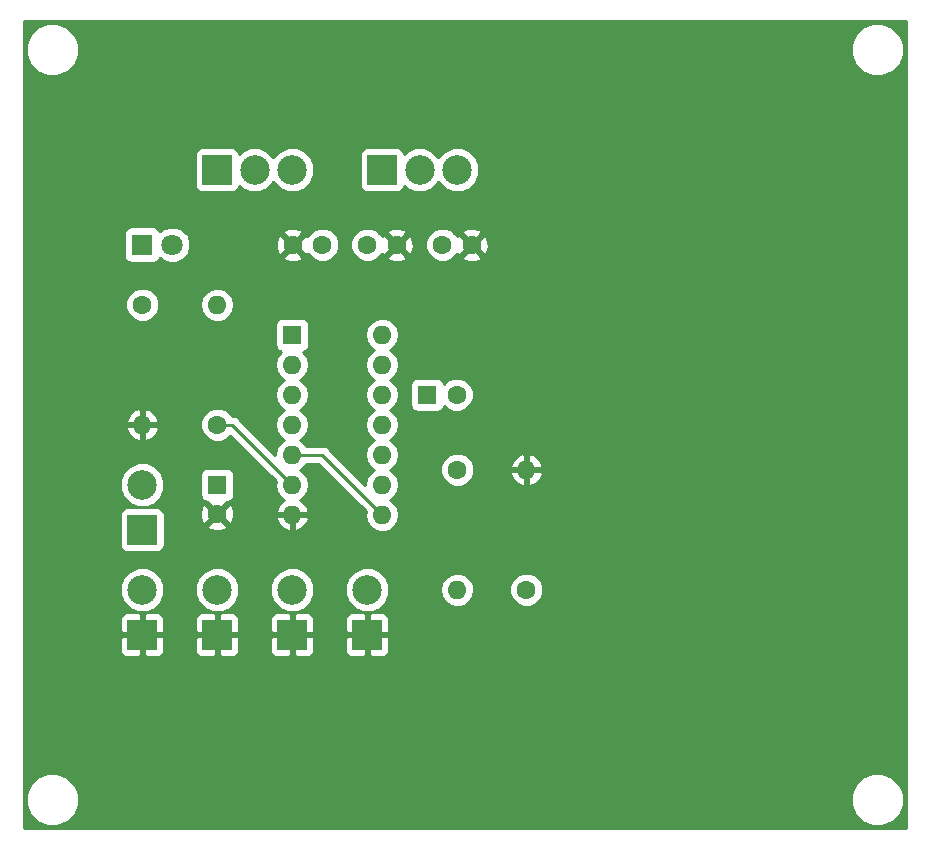
<source format=gbl>
G04 #@! TF.GenerationSoftware,KiCad,Pcbnew,(6.0.0-rc1-dev-441-gb1e5549)*
G04 #@! TF.CreationDate,2018-09-12T02:05:33+03:00*
G04 #@! TF.ProjectId,APC,4150432E6B696361645F706362000000,rev?*
G04 #@! TF.SameCoordinates,Original*
G04 #@! TF.FileFunction,Copper,L2,Bot,Signal*
G04 #@! TF.FilePolarity,Positive*
%FSLAX46Y46*%
G04 Gerber Fmt 4.6, Leading zero omitted, Abs format (unit mm)*
G04 Created by KiCad (PCBNEW (6.0.0-rc1-dev-441-gb1e5549)) date 2018 September 12, Wednesday 02:05:33*
%MOMM*%
%LPD*%
G01*
G04 APERTURE LIST*
G04 #@! TA.AperFunction,ComponentPad*
%ADD10R,1.600000X1.600000*%
G04 #@! TD*
G04 #@! TA.AperFunction,ComponentPad*
%ADD11O,1.600000X1.600000*%
G04 #@! TD*
G04 #@! TA.AperFunction,ComponentPad*
%ADD12C,1.600000*%
G04 #@! TD*
G04 #@! TA.AperFunction,ComponentPad*
%ADD13C,2.499360*%
G04 #@! TD*
G04 #@! TA.AperFunction,ComponentPad*
%ADD14R,2.499360X2.499360*%
G04 #@! TD*
G04 #@! TA.AperFunction,ComponentPad*
%ADD15R,1.800000X1.800000*%
G04 #@! TD*
G04 #@! TA.AperFunction,ComponentPad*
%ADD16C,1.800000*%
G04 #@! TD*
G04 #@! TA.AperFunction,Conductor*
%ADD17C,0.250000*%
G04 #@! TD*
G04 #@! TA.AperFunction,Conductor*
%ADD18C,0.254000*%
G04 #@! TD*
G04 APERTURE END LIST*
D10*
G04 #@! TO.P,U1,1*
G04 #@! TO.N,Net-(R2-Pad2)*
X81280000Y-81280000D03*
D11*
G04 #@! TO.P,U1,8*
G04 #@! TO.N,Net-(U1-Pad5)*
X88900000Y-96520000D03*
G04 #@! TO.P,U1,2*
G04 #@! TO.N,Net-(C3-Pad1)*
X81280000Y-83820000D03*
G04 #@! TO.P,U1,9*
G04 #@! TO.N,Net-(C5-Pad1)*
X88900000Y-93980000D03*
G04 #@! TO.P,U1,3*
G04 #@! TO.N,Net-(J2-PadT)*
X81280000Y-86360000D03*
G04 #@! TO.P,U1,10*
G04 #@! TO.N,/PWR*
X88900000Y-91440000D03*
G04 #@! TO.P,U1,4*
X81280000Y-88900000D03*
G04 #@! TO.P,U1,11*
G04 #@! TO.N,Net-(J3-PadT)*
X88900000Y-88900000D03*
G04 #@! TO.P,U1,5*
G04 #@! TO.N,Net-(U1-Pad5)*
X81280000Y-91440000D03*
G04 #@! TO.P,U1,12*
G04 #@! TO.N,Net-(C4-Pad1)*
X88900000Y-86360000D03*
G04 #@! TO.P,U1,6*
G04 #@! TO.N,Net-(C3-Pad1)*
X81280000Y-93980000D03*
G04 #@! TO.P,U1,13*
G04 #@! TO.N,Net-(C4-Pad1)*
X88900000Y-83820000D03*
G04 #@! TO.P,U1,7*
G04 #@! TO.N,GND*
X81280000Y-96520000D03*
G04 #@! TO.P,U1,14*
G04 #@! TO.N,/PWR*
X88900000Y-81280000D03*
G04 #@! TD*
D12*
G04 #@! TO.P,C2,2*
G04 #@! TO.N,GND*
X74930000Y-96480000D03*
D10*
G04 #@! TO.P,C2,1*
G04 #@! TO.N,/PWR*
X74930000Y-93980000D03*
G04 #@! TD*
D12*
G04 #@! TO.P,C5,2*
G04 #@! TO.N,Net-(C5-Pad2)*
X95210000Y-86360000D03*
D10*
G04 #@! TO.P,C5,1*
G04 #@! TO.N,Net-(C5-Pad1)*
X92710000Y-86360000D03*
G04 #@! TD*
D13*
G04 #@! TO.P,RV1,3*
G04 #@! TO.N,Net-(R2-Pad2)*
X81280000Y-67310000D03*
G04 #@! TO.P,RV1,2*
X78105000Y-67310000D03*
D14*
G04 #@! TO.P,RV1,1*
G04 #@! TO.N,/PWR*
X74930000Y-67310000D03*
G04 #@! TD*
D13*
G04 #@! TO.P,RV2,3*
G04 #@! TO.N,Net-(C4-Pad1)*
X95250000Y-67310000D03*
G04 #@! TO.P,RV2,2*
X92075000Y-67310000D03*
D14*
G04 #@! TO.P,RV2,1*
G04 #@! TO.N,/PWR*
X88900000Y-67310000D03*
G04 #@! TD*
D13*
G04 #@! TO.P,J1,2*
G04 #@! TO.N,+9V*
X68580000Y-102870000D03*
D14*
G04 #@! TO.P,J1,1*
G04 #@! TO.N,GND*
X68580000Y-106680000D03*
G04 #@! TD*
D12*
G04 #@! TO.P,C1,1*
G04 #@! TO.N,/PWR*
X93980000Y-73660000D03*
G04 #@! TO.P,C1,2*
G04 #@! TO.N,GND*
X96480000Y-73660000D03*
G04 #@! TD*
G04 #@! TO.P,C3,1*
G04 #@! TO.N,Net-(C3-Pad1)*
X83820000Y-73660000D03*
G04 #@! TO.P,C3,2*
G04 #@! TO.N,GND*
X81320000Y-73660000D03*
G04 #@! TD*
G04 #@! TO.P,C4,2*
G04 #@! TO.N,GND*
X90130000Y-73660000D03*
G04 #@! TO.P,C4,1*
G04 #@! TO.N,Net-(C4-Pad1)*
X87630000Y-73660000D03*
G04 #@! TD*
D15*
G04 #@! TO.P,D1,1*
G04 #@! TO.N,Net-(D1-Pad1)*
X68580000Y-73660000D03*
D16*
G04 #@! TO.P,D1,2*
G04 #@! TO.N,/PWR*
X71120000Y-73660000D03*
G04 #@! TD*
D14*
G04 #@! TO.P,J2,1*
G04 #@! TO.N,GND*
X74930000Y-106680000D03*
D13*
G04 #@! TO.P,J2,2*
G04 #@! TO.N,Net-(J2-PadT)*
X74930000Y-102870000D03*
G04 #@! TD*
G04 #@! TO.P,J3,2*
G04 #@! TO.N,Net-(J3-PadT)*
X81280000Y-102870000D03*
D14*
G04 #@! TO.P,J3,1*
G04 #@! TO.N,GND*
X81280000Y-106680000D03*
G04 #@! TD*
G04 #@! TO.P,J4,1*
G04 #@! TO.N,GND*
X87630000Y-106680000D03*
D13*
G04 #@! TO.P,J4,2*
G04 #@! TO.N,Net-(J4-PadT)*
X87630000Y-102870000D03*
G04 #@! TD*
D12*
G04 #@! TO.P,R1,1*
G04 #@! TO.N,Net-(D1-Pad1)*
X68580000Y-78740000D03*
D11*
G04 #@! TO.P,R1,2*
G04 #@! TO.N,GND*
X68580000Y-88900000D03*
G04 #@! TD*
G04 #@! TO.P,R2,2*
G04 #@! TO.N,Net-(R2-Pad2)*
X74930000Y-78740000D03*
D12*
G04 #@! TO.P,R2,1*
G04 #@! TO.N,Net-(C3-Pad1)*
X74930000Y-88900000D03*
G04 #@! TD*
G04 #@! TO.P,R3,1*
G04 #@! TO.N,Net-(C5-Pad2)*
X95250000Y-92710000D03*
D11*
G04 #@! TO.P,R3,2*
G04 #@! TO.N,Net-(J4-PadT)*
X95250000Y-102870000D03*
G04 #@! TD*
G04 #@! TO.P,R4,2*
G04 #@! TO.N,GND*
X101111586Y-92710000D03*
D12*
G04 #@! TO.P,R4,1*
G04 #@! TO.N,Net-(J4-PadT)*
X101111586Y-102870000D03*
G04 #@! TD*
D13*
G04 #@! TO.P,SW1,2*
G04 #@! TO.N,/PWR*
X68580000Y-93980000D03*
D14*
G04 #@! TO.P,SW1,1*
G04 #@! TO.N,+9V*
X68580000Y-97790000D03*
G04 #@! TD*
D17*
G04 #@! TO.N,Net-(C3-Pad1)*
X76200000Y-88900000D02*
X81280000Y-93980000D01*
X74930000Y-88900000D02*
X76200000Y-88900000D01*
G04 #@! TO.N,Net-(U1-Pad5)*
X83820000Y-91440000D02*
X88900000Y-96520000D01*
X81280000Y-91440000D02*
X83820000Y-91440000D01*
G04 #@! TD*
D18*
G04 #@! TO.N,GND*
G36*
X133223000Y-123063000D02*
X58547000Y-123063000D01*
X58547000Y-120205431D01*
X58725000Y-120205431D01*
X58725000Y-121094569D01*
X59065259Y-121916026D01*
X59693974Y-122544741D01*
X60515431Y-122885000D01*
X61404569Y-122885000D01*
X62226026Y-122544741D01*
X62854741Y-121916026D01*
X63195000Y-121094569D01*
X63195000Y-120205431D01*
X128575000Y-120205431D01*
X128575000Y-121094569D01*
X128915259Y-121916026D01*
X129543974Y-122544741D01*
X130365431Y-122885000D01*
X131254569Y-122885000D01*
X132076026Y-122544741D01*
X132704741Y-121916026D01*
X133045000Y-121094569D01*
X133045000Y-120205431D01*
X132704741Y-119383974D01*
X132076026Y-118755259D01*
X131254569Y-118415000D01*
X130365431Y-118415000D01*
X129543974Y-118755259D01*
X128915259Y-119383974D01*
X128575000Y-120205431D01*
X63195000Y-120205431D01*
X62854741Y-119383974D01*
X62226026Y-118755259D01*
X61404569Y-118415000D01*
X60515431Y-118415000D01*
X59693974Y-118755259D01*
X59065259Y-119383974D01*
X58725000Y-120205431D01*
X58547000Y-120205431D01*
X58547000Y-106965750D01*
X66695320Y-106965750D01*
X66695320Y-108055989D01*
X66791993Y-108289378D01*
X66970621Y-108468007D01*
X67204010Y-108564680D01*
X68294250Y-108564680D01*
X68453000Y-108405930D01*
X68453000Y-106807000D01*
X68707000Y-106807000D01*
X68707000Y-108405930D01*
X68865750Y-108564680D01*
X69955990Y-108564680D01*
X70189379Y-108468007D01*
X70368007Y-108289378D01*
X70464680Y-108055989D01*
X70464680Y-106965750D01*
X73045320Y-106965750D01*
X73045320Y-108055989D01*
X73141993Y-108289378D01*
X73320621Y-108468007D01*
X73554010Y-108564680D01*
X74644250Y-108564680D01*
X74803000Y-108405930D01*
X74803000Y-106807000D01*
X75057000Y-106807000D01*
X75057000Y-108405930D01*
X75215750Y-108564680D01*
X76305990Y-108564680D01*
X76539379Y-108468007D01*
X76718007Y-108289378D01*
X76814680Y-108055989D01*
X76814680Y-106965750D01*
X79395320Y-106965750D01*
X79395320Y-108055989D01*
X79491993Y-108289378D01*
X79670621Y-108468007D01*
X79904010Y-108564680D01*
X80994250Y-108564680D01*
X81153000Y-108405930D01*
X81153000Y-106807000D01*
X81407000Y-106807000D01*
X81407000Y-108405930D01*
X81565750Y-108564680D01*
X82655990Y-108564680D01*
X82889379Y-108468007D01*
X83068007Y-108289378D01*
X83164680Y-108055989D01*
X83164680Y-106965750D01*
X85745320Y-106965750D01*
X85745320Y-108055989D01*
X85841993Y-108289378D01*
X86020621Y-108468007D01*
X86254010Y-108564680D01*
X87344250Y-108564680D01*
X87503000Y-108405930D01*
X87503000Y-106807000D01*
X87757000Y-106807000D01*
X87757000Y-108405930D01*
X87915750Y-108564680D01*
X89005990Y-108564680D01*
X89239379Y-108468007D01*
X89418007Y-108289378D01*
X89514680Y-108055989D01*
X89514680Y-106965750D01*
X89355930Y-106807000D01*
X87757000Y-106807000D01*
X87503000Y-106807000D01*
X85904070Y-106807000D01*
X85745320Y-106965750D01*
X83164680Y-106965750D01*
X83005930Y-106807000D01*
X81407000Y-106807000D01*
X81153000Y-106807000D01*
X79554070Y-106807000D01*
X79395320Y-106965750D01*
X76814680Y-106965750D01*
X76655930Y-106807000D01*
X75057000Y-106807000D01*
X74803000Y-106807000D01*
X73204070Y-106807000D01*
X73045320Y-106965750D01*
X70464680Y-106965750D01*
X70305930Y-106807000D01*
X68707000Y-106807000D01*
X68453000Y-106807000D01*
X66854070Y-106807000D01*
X66695320Y-106965750D01*
X58547000Y-106965750D01*
X58547000Y-105304011D01*
X66695320Y-105304011D01*
X66695320Y-106394250D01*
X66854070Y-106553000D01*
X68453000Y-106553000D01*
X68453000Y-104954070D01*
X68707000Y-104954070D01*
X68707000Y-106553000D01*
X70305930Y-106553000D01*
X70464680Y-106394250D01*
X70464680Y-105304011D01*
X73045320Y-105304011D01*
X73045320Y-106394250D01*
X73204070Y-106553000D01*
X74803000Y-106553000D01*
X74803000Y-104954070D01*
X75057000Y-104954070D01*
X75057000Y-106553000D01*
X76655930Y-106553000D01*
X76814680Y-106394250D01*
X76814680Y-105304011D01*
X79395320Y-105304011D01*
X79395320Y-106394250D01*
X79554070Y-106553000D01*
X81153000Y-106553000D01*
X81153000Y-104954070D01*
X81407000Y-104954070D01*
X81407000Y-106553000D01*
X83005930Y-106553000D01*
X83164680Y-106394250D01*
X83164680Y-105304011D01*
X85745320Y-105304011D01*
X85745320Y-106394250D01*
X85904070Y-106553000D01*
X87503000Y-106553000D01*
X87503000Y-104954070D01*
X87757000Y-104954070D01*
X87757000Y-106553000D01*
X89355930Y-106553000D01*
X89514680Y-106394250D01*
X89514680Y-105304011D01*
X89418007Y-105070622D01*
X89239379Y-104891993D01*
X89005990Y-104795320D01*
X87915750Y-104795320D01*
X87757000Y-104954070D01*
X87503000Y-104954070D01*
X87344250Y-104795320D01*
X86254010Y-104795320D01*
X86020621Y-104891993D01*
X85841993Y-105070622D01*
X85745320Y-105304011D01*
X83164680Y-105304011D01*
X83068007Y-105070622D01*
X82889379Y-104891993D01*
X82655990Y-104795320D01*
X81565750Y-104795320D01*
X81407000Y-104954070D01*
X81153000Y-104954070D01*
X80994250Y-104795320D01*
X79904010Y-104795320D01*
X79670621Y-104891993D01*
X79491993Y-105070622D01*
X79395320Y-105304011D01*
X76814680Y-105304011D01*
X76718007Y-105070622D01*
X76539379Y-104891993D01*
X76305990Y-104795320D01*
X75215750Y-104795320D01*
X75057000Y-104954070D01*
X74803000Y-104954070D01*
X74644250Y-104795320D01*
X73554010Y-104795320D01*
X73320621Y-104891993D01*
X73141993Y-105070622D01*
X73045320Y-105304011D01*
X70464680Y-105304011D01*
X70368007Y-105070622D01*
X70189379Y-104891993D01*
X69955990Y-104795320D01*
X68865750Y-104795320D01*
X68707000Y-104954070D01*
X68453000Y-104954070D01*
X68294250Y-104795320D01*
X67204010Y-104795320D01*
X66970621Y-104891993D01*
X66791993Y-105070622D01*
X66695320Y-105304011D01*
X58547000Y-105304011D01*
X58547000Y-102495114D01*
X66695320Y-102495114D01*
X66695320Y-103244886D01*
X66982245Y-103937585D01*
X67512415Y-104467755D01*
X68205114Y-104754680D01*
X68954886Y-104754680D01*
X69647585Y-104467755D01*
X70177755Y-103937585D01*
X70464680Y-103244886D01*
X70464680Y-102495114D01*
X73045320Y-102495114D01*
X73045320Y-103244886D01*
X73332245Y-103937585D01*
X73862415Y-104467755D01*
X74555114Y-104754680D01*
X75304886Y-104754680D01*
X75997585Y-104467755D01*
X76527755Y-103937585D01*
X76814680Y-103244886D01*
X76814680Y-102495114D01*
X79395320Y-102495114D01*
X79395320Y-103244886D01*
X79682245Y-103937585D01*
X80212415Y-104467755D01*
X80905114Y-104754680D01*
X81654886Y-104754680D01*
X82347585Y-104467755D01*
X82877755Y-103937585D01*
X83164680Y-103244886D01*
X83164680Y-102495114D01*
X85745320Y-102495114D01*
X85745320Y-103244886D01*
X86032245Y-103937585D01*
X86562415Y-104467755D01*
X87255114Y-104754680D01*
X88004886Y-104754680D01*
X88697585Y-104467755D01*
X89227755Y-103937585D01*
X89514680Y-103244886D01*
X89514680Y-102870000D01*
X93786887Y-102870000D01*
X93898260Y-103429909D01*
X94215423Y-103904577D01*
X94690091Y-104221740D01*
X95108667Y-104305000D01*
X95391333Y-104305000D01*
X95809909Y-104221740D01*
X96284577Y-103904577D01*
X96601740Y-103429909D01*
X96713113Y-102870000D01*
X96656336Y-102584561D01*
X99676586Y-102584561D01*
X99676586Y-103155439D01*
X99895052Y-103682862D01*
X100298724Y-104086534D01*
X100826147Y-104305000D01*
X101397025Y-104305000D01*
X101924448Y-104086534D01*
X102328120Y-103682862D01*
X102546586Y-103155439D01*
X102546586Y-102584561D01*
X102328120Y-102057138D01*
X101924448Y-101653466D01*
X101397025Y-101435000D01*
X100826147Y-101435000D01*
X100298724Y-101653466D01*
X99895052Y-102057138D01*
X99676586Y-102584561D01*
X96656336Y-102584561D01*
X96601740Y-102310091D01*
X96284577Y-101835423D01*
X95809909Y-101518260D01*
X95391333Y-101435000D01*
X95108667Y-101435000D01*
X94690091Y-101518260D01*
X94215423Y-101835423D01*
X93898260Y-102310091D01*
X93786887Y-102870000D01*
X89514680Y-102870000D01*
X89514680Y-102495114D01*
X89227755Y-101802415D01*
X88697585Y-101272245D01*
X88004886Y-100985320D01*
X87255114Y-100985320D01*
X86562415Y-101272245D01*
X86032245Y-101802415D01*
X85745320Y-102495114D01*
X83164680Y-102495114D01*
X82877755Y-101802415D01*
X82347585Y-101272245D01*
X81654886Y-100985320D01*
X80905114Y-100985320D01*
X80212415Y-101272245D01*
X79682245Y-101802415D01*
X79395320Y-102495114D01*
X76814680Y-102495114D01*
X76527755Y-101802415D01*
X75997585Y-101272245D01*
X75304886Y-100985320D01*
X74555114Y-100985320D01*
X73862415Y-101272245D01*
X73332245Y-101802415D01*
X73045320Y-102495114D01*
X70464680Y-102495114D01*
X70177755Y-101802415D01*
X69647585Y-101272245D01*
X68954886Y-100985320D01*
X68205114Y-100985320D01*
X67512415Y-101272245D01*
X66982245Y-101802415D01*
X66695320Y-102495114D01*
X58547000Y-102495114D01*
X58547000Y-96540320D01*
X66682880Y-96540320D01*
X66682880Y-99039680D01*
X66732163Y-99287445D01*
X66872511Y-99497489D01*
X67082555Y-99637837D01*
X67330320Y-99687120D01*
X69829680Y-99687120D01*
X70077445Y-99637837D01*
X70287489Y-99497489D01*
X70427837Y-99287445D01*
X70477120Y-99039680D01*
X70477120Y-97487745D01*
X74101861Y-97487745D01*
X74175995Y-97733864D01*
X74713223Y-97926965D01*
X75283454Y-97899778D01*
X75684005Y-97733864D01*
X75758139Y-97487745D01*
X74930000Y-96659605D01*
X74101861Y-97487745D01*
X70477120Y-97487745D01*
X70477120Y-96540320D01*
X70427837Y-96292555D01*
X70408238Y-96263223D01*
X73483035Y-96263223D01*
X73510222Y-96833454D01*
X73676136Y-97234005D01*
X73922255Y-97308139D01*
X74750395Y-96480000D01*
X75109605Y-96480000D01*
X75937745Y-97308139D01*
X76183864Y-97234005D01*
X76315047Y-96869039D01*
X79888096Y-96869039D01*
X80048959Y-97257423D01*
X80424866Y-97672389D01*
X80930959Y-97911914D01*
X81153000Y-97790629D01*
X81153000Y-96647000D01*
X81407000Y-96647000D01*
X81407000Y-97790629D01*
X81629041Y-97911914D01*
X82135134Y-97672389D01*
X82511041Y-97257423D01*
X82671904Y-96869039D01*
X82549915Y-96647000D01*
X81407000Y-96647000D01*
X81153000Y-96647000D01*
X80010085Y-96647000D01*
X79888096Y-96869039D01*
X76315047Y-96869039D01*
X76376965Y-96696777D01*
X76349778Y-96126546D01*
X76183864Y-95725995D01*
X75937745Y-95651861D01*
X75109605Y-96480000D01*
X74750395Y-96480000D01*
X73922255Y-95651861D01*
X73676136Y-95725995D01*
X73483035Y-96263223D01*
X70408238Y-96263223D01*
X70287489Y-96082511D01*
X70077445Y-95942163D01*
X69829680Y-95892880D01*
X67330320Y-95892880D01*
X67082555Y-95942163D01*
X66872511Y-96082511D01*
X66732163Y-96292555D01*
X66682880Y-96540320D01*
X58547000Y-96540320D01*
X58547000Y-93605114D01*
X66695320Y-93605114D01*
X66695320Y-94354886D01*
X66982245Y-95047585D01*
X67512415Y-95577755D01*
X68205114Y-95864680D01*
X68954886Y-95864680D01*
X69647585Y-95577755D01*
X70177755Y-95047585D01*
X70464680Y-94354886D01*
X70464680Y-93605114D01*
X70288593Y-93180000D01*
X73482560Y-93180000D01*
X73482560Y-94780000D01*
X73531843Y-95027765D01*
X73672191Y-95237809D01*
X73882235Y-95378157D01*
X74116187Y-95424693D01*
X74101861Y-95472255D01*
X74930000Y-96300395D01*
X75758139Y-95472255D01*
X75743813Y-95424693D01*
X75977765Y-95378157D01*
X76187809Y-95237809D01*
X76328157Y-95027765D01*
X76377440Y-94780000D01*
X76377440Y-93180000D01*
X76328157Y-92932235D01*
X76187809Y-92722191D01*
X75977765Y-92581843D01*
X75730000Y-92532560D01*
X74130000Y-92532560D01*
X73882235Y-92581843D01*
X73672191Y-92722191D01*
X73531843Y-92932235D01*
X73482560Y-93180000D01*
X70288593Y-93180000D01*
X70177755Y-92912415D01*
X69647585Y-92382245D01*
X68954886Y-92095320D01*
X68205114Y-92095320D01*
X67512415Y-92382245D01*
X66982245Y-92912415D01*
X66695320Y-93605114D01*
X58547000Y-93605114D01*
X58547000Y-89249041D01*
X67188086Y-89249041D01*
X67427611Y-89755134D01*
X67842577Y-90131041D01*
X68230961Y-90291904D01*
X68453000Y-90169915D01*
X68453000Y-89027000D01*
X68707000Y-89027000D01*
X68707000Y-90169915D01*
X68929039Y-90291904D01*
X69317423Y-90131041D01*
X69732389Y-89755134D01*
X69971914Y-89249041D01*
X69850629Y-89027000D01*
X68707000Y-89027000D01*
X68453000Y-89027000D01*
X67309371Y-89027000D01*
X67188086Y-89249041D01*
X58547000Y-89249041D01*
X58547000Y-88550959D01*
X67188086Y-88550959D01*
X67309371Y-88773000D01*
X68453000Y-88773000D01*
X68453000Y-87630085D01*
X68707000Y-87630085D01*
X68707000Y-88773000D01*
X69850629Y-88773000D01*
X69937172Y-88614561D01*
X73495000Y-88614561D01*
X73495000Y-89185439D01*
X73713466Y-89712862D01*
X74117138Y-90116534D01*
X74644561Y-90335000D01*
X75215439Y-90335000D01*
X75742862Y-90116534D01*
X76042297Y-89817099D01*
X79881312Y-93656114D01*
X79816887Y-93980000D01*
X79928260Y-94539909D01*
X80245423Y-95014577D01*
X80629108Y-95270947D01*
X80424866Y-95367611D01*
X80048959Y-95782577D01*
X79888096Y-96170961D01*
X80010085Y-96393000D01*
X81153000Y-96393000D01*
X81153000Y-96373000D01*
X81407000Y-96373000D01*
X81407000Y-96393000D01*
X82549915Y-96393000D01*
X82671904Y-96170961D01*
X82511041Y-95782577D01*
X82135134Y-95367611D01*
X81930892Y-95270947D01*
X82314577Y-95014577D01*
X82631740Y-94539909D01*
X82743113Y-93980000D01*
X82631740Y-93420091D01*
X82314577Y-92945423D01*
X81962242Y-92710000D01*
X82314577Y-92474577D01*
X82498043Y-92200000D01*
X83505199Y-92200000D01*
X87501312Y-96196114D01*
X87436887Y-96520000D01*
X87548260Y-97079909D01*
X87865423Y-97554577D01*
X88340091Y-97871740D01*
X88758667Y-97955000D01*
X89041333Y-97955000D01*
X89459909Y-97871740D01*
X89934577Y-97554577D01*
X90251740Y-97079909D01*
X90363113Y-96520000D01*
X90251740Y-95960091D01*
X89934577Y-95485423D01*
X89582242Y-95250000D01*
X89934577Y-95014577D01*
X90251740Y-94539909D01*
X90363113Y-93980000D01*
X90251740Y-93420091D01*
X89934577Y-92945423D01*
X89582242Y-92710000D01*
X89934577Y-92474577D01*
X89967996Y-92424561D01*
X93815000Y-92424561D01*
X93815000Y-92995439D01*
X94033466Y-93522862D01*
X94437138Y-93926534D01*
X94964561Y-94145000D01*
X95535439Y-94145000D01*
X96062862Y-93926534D01*
X96466534Y-93522862D01*
X96658655Y-93059041D01*
X99719672Y-93059041D01*
X99959197Y-93565134D01*
X100374163Y-93941041D01*
X100762547Y-94101904D01*
X100984586Y-93979915D01*
X100984586Y-92837000D01*
X101238586Y-92837000D01*
X101238586Y-93979915D01*
X101460625Y-94101904D01*
X101849009Y-93941041D01*
X102263975Y-93565134D01*
X102503500Y-93059041D01*
X102382215Y-92837000D01*
X101238586Y-92837000D01*
X100984586Y-92837000D01*
X99840957Y-92837000D01*
X99719672Y-93059041D01*
X96658655Y-93059041D01*
X96685000Y-92995439D01*
X96685000Y-92424561D01*
X96658656Y-92360959D01*
X99719672Y-92360959D01*
X99840957Y-92583000D01*
X100984586Y-92583000D01*
X100984586Y-91440085D01*
X101238586Y-91440085D01*
X101238586Y-92583000D01*
X102382215Y-92583000D01*
X102503500Y-92360959D01*
X102263975Y-91854866D01*
X101849009Y-91478959D01*
X101460625Y-91318096D01*
X101238586Y-91440085D01*
X100984586Y-91440085D01*
X100762547Y-91318096D01*
X100374163Y-91478959D01*
X99959197Y-91854866D01*
X99719672Y-92360959D01*
X96658656Y-92360959D01*
X96466534Y-91897138D01*
X96062862Y-91493466D01*
X95535439Y-91275000D01*
X94964561Y-91275000D01*
X94437138Y-91493466D01*
X94033466Y-91897138D01*
X93815000Y-92424561D01*
X89967996Y-92424561D01*
X90251740Y-91999909D01*
X90363113Y-91440000D01*
X90251740Y-90880091D01*
X89934577Y-90405423D01*
X89582242Y-90170000D01*
X89934577Y-89934577D01*
X90251740Y-89459909D01*
X90363113Y-88900000D01*
X90251740Y-88340091D01*
X89934577Y-87865423D01*
X89582242Y-87630000D01*
X89934577Y-87394577D01*
X90251740Y-86919909D01*
X90363113Y-86360000D01*
X90251740Y-85800091D01*
X90091317Y-85560000D01*
X91262560Y-85560000D01*
X91262560Y-87160000D01*
X91311843Y-87407765D01*
X91452191Y-87617809D01*
X91662235Y-87758157D01*
X91910000Y-87807440D01*
X93510000Y-87807440D01*
X93757765Y-87758157D01*
X93967809Y-87617809D01*
X94108157Y-87407765D01*
X94128101Y-87307497D01*
X94397138Y-87576534D01*
X94924561Y-87795000D01*
X95495439Y-87795000D01*
X96022862Y-87576534D01*
X96426534Y-87172862D01*
X96645000Y-86645439D01*
X96645000Y-86074561D01*
X96426534Y-85547138D01*
X96022862Y-85143466D01*
X95495439Y-84925000D01*
X94924561Y-84925000D01*
X94397138Y-85143466D01*
X94128101Y-85412503D01*
X94108157Y-85312235D01*
X93967809Y-85102191D01*
X93757765Y-84961843D01*
X93510000Y-84912560D01*
X91910000Y-84912560D01*
X91662235Y-84961843D01*
X91452191Y-85102191D01*
X91311843Y-85312235D01*
X91262560Y-85560000D01*
X90091317Y-85560000D01*
X89934577Y-85325423D01*
X89582242Y-85090000D01*
X89934577Y-84854577D01*
X90251740Y-84379909D01*
X90363113Y-83820000D01*
X90251740Y-83260091D01*
X89934577Y-82785423D01*
X89582242Y-82550000D01*
X89934577Y-82314577D01*
X90251740Y-81839909D01*
X90363113Y-81280000D01*
X90251740Y-80720091D01*
X89934577Y-80245423D01*
X89459909Y-79928260D01*
X89041333Y-79845000D01*
X88758667Y-79845000D01*
X88340091Y-79928260D01*
X87865423Y-80245423D01*
X87548260Y-80720091D01*
X87436887Y-81280000D01*
X87548260Y-81839909D01*
X87865423Y-82314577D01*
X88217758Y-82550000D01*
X87865423Y-82785423D01*
X87548260Y-83260091D01*
X87436887Y-83820000D01*
X87548260Y-84379909D01*
X87865423Y-84854577D01*
X88217758Y-85090000D01*
X87865423Y-85325423D01*
X87548260Y-85800091D01*
X87436887Y-86360000D01*
X87548260Y-86919909D01*
X87865423Y-87394577D01*
X88217758Y-87630000D01*
X87865423Y-87865423D01*
X87548260Y-88340091D01*
X87436887Y-88900000D01*
X87548260Y-89459909D01*
X87865423Y-89934577D01*
X88217758Y-90170000D01*
X87865423Y-90405423D01*
X87548260Y-90880091D01*
X87436887Y-91440000D01*
X87548260Y-91999909D01*
X87865423Y-92474577D01*
X88217758Y-92710000D01*
X87865423Y-92945423D01*
X87548260Y-93420091D01*
X87436887Y-93980000D01*
X87437405Y-93982603D01*
X84410331Y-90955530D01*
X84367929Y-90892071D01*
X84116537Y-90724096D01*
X83894852Y-90680000D01*
X83894847Y-90680000D01*
X83820000Y-90665112D01*
X83745153Y-90680000D01*
X82498043Y-90680000D01*
X82314577Y-90405423D01*
X81962242Y-90170000D01*
X82314577Y-89934577D01*
X82631740Y-89459909D01*
X82743113Y-88900000D01*
X82631740Y-88340091D01*
X82314577Y-87865423D01*
X81962242Y-87630000D01*
X82314577Y-87394577D01*
X82631740Y-86919909D01*
X82743113Y-86360000D01*
X82631740Y-85800091D01*
X82314577Y-85325423D01*
X81962242Y-85090000D01*
X82314577Y-84854577D01*
X82631740Y-84379909D01*
X82743113Y-83820000D01*
X82631740Y-83260091D01*
X82314577Y-82785423D01*
X82193894Y-82704785D01*
X82327765Y-82678157D01*
X82537809Y-82537809D01*
X82678157Y-82327765D01*
X82727440Y-82080000D01*
X82727440Y-80480000D01*
X82678157Y-80232235D01*
X82537809Y-80022191D01*
X82327765Y-79881843D01*
X82080000Y-79832560D01*
X80480000Y-79832560D01*
X80232235Y-79881843D01*
X80022191Y-80022191D01*
X79881843Y-80232235D01*
X79832560Y-80480000D01*
X79832560Y-82080000D01*
X79881843Y-82327765D01*
X80022191Y-82537809D01*
X80232235Y-82678157D01*
X80366106Y-82704785D01*
X80245423Y-82785423D01*
X79928260Y-83260091D01*
X79816887Y-83820000D01*
X79928260Y-84379909D01*
X80245423Y-84854577D01*
X80597758Y-85090000D01*
X80245423Y-85325423D01*
X79928260Y-85800091D01*
X79816887Y-86360000D01*
X79928260Y-86919909D01*
X80245423Y-87394577D01*
X80597758Y-87630000D01*
X80245423Y-87865423D01*
X79928260Y-88340091D01*
X79816887Y-88900000D01*
X79928260Y-89459909D01*
X80245423Y-89934577D01*
X80597758Y-90170000D01*
X80245423Y-90405423D01*
X79928260Y-90880091D01*
X79816887Y-91440000D01*
X79817405Y-91442603D01*
X76790331Y-88415530D01*
X76747929Y-88352071D01*
X76496537Y-88184096D01*
X76274852Y-88140000D01*
X76274847Y-88140000D01*
X76200000Y-88125112D01*
X76165136Y-88132047D01*
X76146534Y-88087138D01*
X75742862Y-87683466D01*
X75215439Y-87465000D01*
X74644561Y-87465000D01*
X74117138Y-87683466D01*
X73713466Y-88087138D01*
X73495000Y-88614561D01*
X69937172Y-88614561D01*
X69971914Y-88550959D01*
X69732389Y-88044866D01*
X69317423Y-87668959D01*
X68929039Y-87508096D01*
X68707000Y-87630085D01*
X68453000Y-87630085D01*
X68230961Y-87508096D01*
X67842577Y-87668959D01*
X67427611Y-88044866D01*
X67188086Y-88550959D01*
X58547000Y-88550959D01*
X58547000Y-78454561D01*
X67145000Y-78454561D01*
X67145000Y-79025439D01*
X67363466Y-79552862D01*
X67767138Y-79956534D01*
X68294561Y-80175000D01*
X68865439Y-80175000D01*
X69392862Y-79956534D01*
X69796534Y-79552862D01*
X70015000Y-79025439D01*
X70015000Y-78740000D01*
X73466887Y-78740000D01*
X73578260Y-79299909D01*
X73895423Y-79774577D01*
X74370091Y-80091740D01*
X74788667Y-80175000D01*
X75071333Y-80175000D01*
X75489909Y-80091740D01*
X75964577Y-79774577D01*
X76281740Y-79299909D01*
X76393113Y-78740000D01*
X76281740Y-78180091D01*
X75964577Y-77705423D01*
X75489909Y-77388260D01*
X75071333Y-77305000D01*
X74788667Y-77305000D01*
X74370091Y-77388260D01*
X73895423Y-77705423D01*
X73578260Y-78180091D01*
X73466887Y-78740000D01*
X70015000Y-78740000D01*
X70015000Y-78454561D01*
X69796534Y-77927138D01*
X69392862Y-77523466D01*
X68865439Y-77305000D01*
X68294561Y-77305000D01*
X67767138Y-77523466D01*
X67363466Y-77927138D01*
X67145000Y-78454561D01*
X58547000Y-78454561D01*
X58547000Y-72760000D01*
X67032560Y-72760000D01*
X67032560Y-74560000D01*
X67081843Y-74807765D01*
X67222191Y-75017809D01*
X67432235Y-75158157D01*
X67680000Y-75207440D01*
X69480000Y-75207440D01*
X69727765Y-75158157D01*
X69937809Y-75017809D01*
X70078157Y-74807765D01*
X70081275Y-74792092D01*
X70250493Y-74961310D01*
X70814670Y-75195000D01*
X71425330Y-75195000D01*
X71989507Y-74961310D01*
X72283072Y-74667745D01*
X80491861Y-74667745D01*
X80565995Y-74913864D01*
X81103223Y-75106965D01*
X81673454Y-75079778D01*
X82074005Y-74913864D01*
X82148139Y-74667745D01*
X81320000Y-73839605D01*
X80491861Y-74667745D01*
X72283072Y-74667745D01*
X72421310Y-74529507D01*
X72655000Y-73965330D01*
X72655000Y-73443223D01*
X79873035Y-73443223D01*
X79900222Y-74013454D01*
X80066136Y-74414005D01*
X80312255Y-74488139D01*
X81140395Y-73660000D01*
X81499605Y-73660000D01*
X82327745Y-74488139D01*
X82573864Y-74414005D01*
X82576290Y-74407254D01*
X82603466Y-74472862D01*
X83007138Y-74876534D01*
X83534561Y-75095000D01*
X84105439Y-75095000D01*
X84632862Y-74876534D01*
X85036534Y-74472862D01*
X85255000Y-73945439D01*
X85255000Y-73374561D01*
X86195000Y-73374561D01*
X86195000Y-73945439D01*
X86413466Y-74472862D01*
X86817138Y-74876534D01*
X87344561Y-75095000D01*
X87915439Y-75095000D01*
X88442862Y-74876534D01*
X88651651Y-74667745D01*
X89301861Y-74667745D01*
X89375995Y-74913864D01*
X89913223Y-75106965D01*
X90483454Y-75079778D01*
X90884005Y-74913864D01*
X90958139Y-74667745D01*
X90130000Y-73839605D01*
X89301861Y-74667745D01*
X88651651Y-74667745D01*
X88846534Y-74472862D01*
X88873525Y-74407701D01*
X88876136Y-74414005D01*
X89122255Y-74488139D01*
X89950395Y-73660000D01*
X90309605Y-73660000D01*
X91137745Y-74488139D01*
X91383864Y-74414005D01*
X91576965Y-73876777D01*
X91553021Y-73374561D01*
X92545000Y-73374561D01*
X92545000Y-73945439D01*
X92763466Y-74472862D01*
X93167138Y-74876534D01*
X93694561Y-75095000D01*
X94265439Y-75095000D01*
X94792862Y-74876534D01*
X95001651Y-74667745D01*
X95651861Y-74667745D01*
X95725995Y-74913864D01*
X96263223Y-75106965D01*
X96833454Y-75079778D01*
X97234005Y-74913864D01*
X97308139Y-74667745D01*
X96480000Y-73839605D01*
X95651861Y-74667745D01*
X95001651Y-74667745D01*
X95196534Y-74472862D01*
X95223525Y-74407701D01*
X95226136Y-74414005D01*
X95472255Y-74488139D01*
X96300395Y-73660000D01*
X96659605Y-73660000D01*
X97487745Y-74488139D01*
X97733864Y-74414005D01*
X97926965Y-73876777D01*
X97899778Y-73306546D01*
X97733864Y-72905995D01*
X97487745Y-72831861D01*
X96659605Y-73660000D01*
X96300395Y-73660000D01*
X95472255Y-72831861D01*
X95226136Y-72905995D01*
X95223710Y-72912746D01*
X95196534Y-72847138D01*
X95001651Y-72652255D01*
X95651861Y-72652255D01*
X96480000Y-73480395D01*
X97308139Y-72652255D01*
X97234005Y-72406136D01*
X96696777Y-72213035D01*
X96126546Y-72240222D01*
X95725995Y-72406136D01*
X95651861Y-72652255D01*
X95001651Y-72652255D01*
X94792862Y-72443466D01*
X94265439Y-72225000D01*
X93694561Y-72225000D01*
X93167138Y-72443466D01*
X92763466Y-72847138D01*
X92545000Y-73374561D01*
X91553021Y-73374561D01*
X91549778Y-73306546D01*
X91383864Y-72905995D01*
X91137745Y-72831861D01*
X90309605Y-73660000D01*
X89950395Y-73660000D01*
X89122255Y-72831861D01*
X88876136Y-72905995D01*
X88873710Y-72912746D01*
X88846534Y-72847138D01*
X88651651Y-72652255D01*
X89301861Y-72652255D01*
X90130000Y-73480395D01*
X90958139Y-72652255D01*
X90884005Y-72406136D01*
X90346777Y-72213035D01*
X89776546Y-72240222D01*
X89375995Y-72406136D01*
X89301861Y-72652255D01*
X88651651Y-72652255D01*
X88442862Y-72443466D01*
X87915439Y-72225000D01*
X87344561Y-72225000D01*
X86817138Y-72443466D01*
X86413466Y-72847138D01*
X86195000Y-73374561D01*
X85255000Y-73374561D01*
X85036534Y-72847138D01*
X84632862Y-72443466D01*
X84105439Y-72225000D01*
X83534561Y-72225000D01*
X83007138Y-72443466D01*
X82603466Y-72847138D01*
X82576475Y-72912299D01*
X82573864Y-72905995D01*
X82327745Y-72831861D01*
X81499605Y-73660000D01*
X81140395Y-73660000D01*
X80312255Y-72831861D01*
X80066136Y-72905995D01*
X79873035Y-73443223D01*
X72655000Y-73443223D01*
X72655000Y-73354670D01*
X72421310Y-72790493D01*
X72283072Y-72652255D01*
X80491861Y-72652255D01*
X81320000Y-73480395D01*
X82148139Y-72652255D01*
X82074005Y-72406136D01*
X81536777Y-72213035D01*
X80966546Y-72240222D01*
X80565995Y-72406136D01*
X80491861Y-72652255D01*
X72283072Y-72652255D01*
X71989507Y-72358690D01*
X71425330Y-72125000D01*
X70814670Y-72125000D01*
X70250493Y-72358690D01*
X70081275Y-72527908D01*
X70078157Y-72512235D01*
X69937809Y-72302191D01*
X69727765Y-72161843D01*
X69480000Y-72112560D01*
X67680000Y-72112560D01*
X67432235Y-72161843D01*
X67222191Y-72302191D01*
X67081843Y-72512235D01*
X67032560Y-72760000D01*
X58547000Y-72760000D01*
X58547000Y-66060320D01*
X73032880Y-66060320D01*
X73032880Y-68559680D01*
X73082163Y-68807445D01*
X73222511Y-69017489D01*
X73432555Y-69157837D01*
X73680320Y-69207120D01*
X76179680Y-69207120D01*
X76427445Y-69157837D01*
X76637489Y-69017489D01*
X76777837Y-68807445D01*
X76804261Y-68674601D01*
X77037415Y-68907755D01*
X77730114Y-69194680D01*
X78479886Y-69194680D01*
X79172585Y-68907755D01*
X79692500Y-68387840D01*
X80212415Y-68907755D01*
X80905114Y-69194680D01*
X81654886Y-69194680D01*
X82347585Y-68907755D01*
X82877755Y-68377585D01*
X83164680Y-67684886D01*
X83164680Y-66935114D01*
X82877755Y-66242415D01*
X82695660Y-66060320D01*
X87002880Y-66060320D01*
X87002880Y-68559680D01*
X87052163Y-68807445D01*
X87192511Y-69017489D01*
X87402555Y-69157837D01*
X87650320Y-69207120D01*
X90149680Y-69207120D01*
X90397445Y-69157837D01*
X90607489Y-69017489D01*
X90747837Y-68807445D01*
X90774261Y-68674601D01*
X91007415Y-68907755D01*
X91700114Y-69194680D01*
X92449886Y-69194680D01*
X93142585Y-68907755D01*
X93662500Y-68387840D01*
X94182415Y-68907755D01*
X94875114Y-69194680D01*
X95624886Y-69194680D01*
X96317585Y-68907755D01*
X96847755Y-68377585D01*
X97134680Y-67684886D01*
X97134680Y-66935114D01*
X96847755Y-66242415D01*
X96317585Y-65712245D01*
X95624886Y-65425320D01*
X94875114Y-65425320D01*
X94182415Y-65712245D01*
X93662500Y-66232160D01*
X93142585Y-65712245D01*
X92449886Y-65425320D01*
X91700114Y-65425320D01*
X91007415Y-65712245D01*
X90774261Y-65945399D01*
X90747837Y-65812555D01*
X90607489Y-65602511D01*
X90397445Y-65462163D01*
X90149680Y-65412880D01*
X87650320Y-65412880D01*
X87402555Y-65462163D01*
X87192511Y-65602511D01*
X87052163Y-65812555D01*
X87002880Y-66060320D01*
X82695660Y-66060320D01*
X82347585Y-65712245D01*
X81654886Y-65425320D01*
X80905114Y-65425320D01*
X80212415Y-65712245D01*
X79692500Y-66232160D01*
X79172585Y-65712245D01*
X78479886Y-65425320D01*
X77730114Y-65425320D01*
X77037415Y-65712245D01*
X76804261Y-65945399D01*
X76777837Y-65812555D01*
X76637489Y-65602511D01*
X76427445Y-65462163D01*
X76179680Y-65412880D01*
X73680320Y-65412880D01*
X73432555Y-65462163D01*
X73222511Y-65602511D01*
X73082163Y-65812555D01*
X73032880Y-66060320D01*
X58547000Y-66060320D01*
X58547000Y-56705431D01*
X58725000Y-56705431D01*
X58725000Y-57594569D01*
X59065259Y-58416026D01*
X59693974Y-59044741D01*
X60515431Y-59385000D01*
X61404569Y-59385000D01*
X62226026Y-59044741D01*
X62854741Y-58416026D01*
X63195000Y-57594569D01*
X63195000Y-56705431D01*
X128575000Y-56705431D01*
X128575000Y-57594569D01*
X128915259Y-58416026D01*
X129543974Y-59044741D01*
X130365431Y-59385000D01*
X131254569Y-59385000D01*
X132076026Y-59044741D01*
X132704741Y-58416026D01*
X133045000Y-57594569D01*
X133045000Y-56705431D01*
X132704741Y-55883974D01*
X132076026Y-55255259D01*
X131254569Y-54915000D01*
X130365431Y-54915000D01*
X129543974Y-55255259D01*
X128915259Y-55883974D01*
X128575000Y-56705431D01*
X63195000Y-56705431D01*
X62854741Y-55883974D01*
X62226026Y-55255259D01*
X61404569Y-54915000D01*
X60515431Y-54915000D01*
X59693974Y-55255259D01*
X59065259Y-55883974D01*
X58725000Y-56705431D01*
X58547000Y-56705431D01*
X58547000Y-54737000D01*
X133223000Y-54737000D01*
X133223000Y-123063000D01*
X133223000Y-123063000D01*
G37*
X133223000Y-123063000D02*
X58547000Y-123063000D01*
X58547000Y-120205431D01*
X58725000Y-120205431D01*
X58725000Y-121094569D01*
X59065259Y-121916026D01*
X59693974Y-122544741D01*
X60515431Y-122885000D01*
X61404569Y-122885000D01*
X62226026Y-122544741D01*
X62854741Y-121916026D01*
X63195000Y-121094569D01*
X63195000Y-120205431D01*
X128575000Y-120205431D01*
X128575000Y-121094569D01*
X128915259Y-121916026D01*
X129543974Y-122544741D01*
X130365431Y-122885000D01*
X131254569Y-122885000D01*
X132076026Y-122544741D01*
X132704741Y-121916026D01*
X133045000Y-121094569D01*
X133045000Y-120205431D01*
X132704741Y-119383974D01*
X132076026Y-118755259D01*
X131254569Y-118415000D01*
X130365431Y-118415000D01*
X129543974Y-118755259D01*
X128915259Y-119383974D01*
X128575000Y-120205431D01*
X63195000Y-120205431D01*
X62854741Y-119383974D01*
X62226026Y-118755259D01*
X61404569Y-118415000D01*
X60515431Y-118415000D01*
X59693974Y-118755259D01*
X59065259Y-119383974D01*
X58725000Y-120205431D01*
X58547000Y-120205431D01*
X58547000Y-106965750D01*
X66695320Y-106965750D01*
X66695320Y-108055989D01*
X66791993Y-108289378D01*
X66970621Y-108468007D01*
X67204010Y-108564680D01*
X68294250Y-108564680D01*
X68453000Y-108405930D01*
X68453000Y-106807000D01*
X68707000Y-106807000D01*
X68707000Y-108405930D01*
X68865750Y-108564680D01*
X69955990Y-108564680D01*
X70189379Y-108468007D01*
X70368007Y-108289378D01*
X70464680Y-108055989D01*
X70464680Y-106965750D01*
X73045320Y-106965750D01*
X73045320Y-108055989D01*
X73141993Y-108289378D01*
X73320621Y-108468007D01*
X73554010Y-108564680D01*
X74644250Y-108564680D01*
X74803000Y-108405930D01*
X74803000Y-106807000D01*
X75057000Y-106807000D01*
X75057000Y-108405930D01*
X75215750Y-108564680D01*
X76305990Y-108564680D01*
X76539379Y-108468007D01*
X76718007Y-108289378D01*
X76814680Y-108055989D01*
X76814680Y-106965750D01*
X79395320Y-106965750D01*
X79395320Y-108055989D01*
X79491993Y-108289378D01*
X79670621Y-108468007D01*
X79904010Y-108564680D01*
X80994250Y-108564680D01*
X81153000Y-108405930D01*
X81153000Y-106807000D01*
X81407000Y-106807000D01*
X81407000Y-108405930D01*
X81565750Y-108564680D01*
X82655990Y-108564680D01*
X82889379Y-108468007D01*
X83068007Y-108289378D01*
X83164680Y-108055989D01*
X83164680Y-106965750D01*
X85745320Y-106965750D01*
X85745320Y-108055989D01*
X85841993Y-108289378D01*
X86020621Y-108468007D01*
X86254010Y-108564680D01*
X87344250Y-108564680D01*
X87503000Y-108405930D01*
X87503000Y-106807000D01*
X87757000Y-106807000D01*
X87757000Y-108405930D01*
X87915750Y-108564680D01*
X89005990Y-108564680D01*
X89239379Y-108468007D01*
X89418007Y-108289378D01*
X89514680Y-108055989D01*
X89514680Y-106965750D01*
X89355930Y-106807000D01*
X87757000Y-106807000D01*
X87503000Y-106807000D01*
X85904070Y-106807000D01*
X85745320Y-106965750D01*
X83164680Y-106965750D01*
X83005930Y-106807000D01*
X81407000Y-106807000D01*
X81153000Y-106807000D01*
X79554070Y-106807000D01*
X79395320Y-106965750D01*
X76814680Y-106965750D01*
X76655930Y-106807000D01*
X75057000Y-106807000D01*
X74803000Y-106807000D01*
X73204070Y-106807000D01*
X73045320Y-106965750D01*
X70464680Y-106965750D01*
X70305930Y-106807000D01*
X68707000Y-106807000D01*
X68453000Y-106807000D01*
X66854070Y-106807000D01*
X66695320Y-106965750D01*
X58547000Y-106965750D01*
X58547000Y-105304011D01*
X66695320Y-105304011D01*
X66695320Y-106394250D01*
X66854070Y-106553000D01*
X68453000Y-106553000D01*
X68453000Y-104954070D01*
X68707000Y-104954070D01*
X68707000Y-106553000D01*
X70305930Y-106553000D01*
X70464680Y-106394250D01*
X70464680Y-105304011D01*
X73045320Y-105304011D01*
X73045320Y-106394250D01*
X73204070Y-106553000D01*
X74803000Y-106553000D01*
X74803000Y-104954070D01*
X75057000Y-104954070D01*
X75057000Y-106553000D01*
X76655930Y-106553000D01*
X76814680Y-106394250D01*
X76814680Y-105304011D01*
X79395320Y-105304011D01*
X79395320Y-106394250D01*
X79554070Y-106553000D01*
X81153000Y-106553000D01*
X81153000Y-104954070D01*
X81407000Y-104954070D01*
X81407000Y-106553000D01*
X83005930Y-106553000D01*
X83164680Y-106394250D01*
X83164680Y-105304011D01*
X85745320Y-105304011D01*
X85745320Y-106394250D01*
X85904070Y-106553000D01*
X87503000Y-106553000D01*
X87503000Y-104954070D01*
X87757000Y-104954070D01*
X87757000Y-106553000D01*
X89355930Y-106553000D01*
X89514680Y-106394250D01*
X89514680Y-105304011D01*
X89418007Y-105070622D01*
X89239379Y-104891993D01*
X89005990Y-104795320D01*
X87915750Y-104795320D01*
X87757000Y-104954070D01*
X87503000Y-104954070D01*
X87344250Y-104795320D01*
X86254010Y-104795320D01*
X86020621Y-104891993D01*
X85841993Y-105070622D01*
X85745320Y-105304011D01*
X83164680Y-105304011D01*
X83068007Y-105070622D01*
X82889379Y-104891993D01*
X82655990Y-104795320D01*
X81565750Y-104795320D01*
X81407000Y-104954070D01*
X81153000Y-104954070D01*
X80994250Y-104795320D01*
X79904010Y-104795320D01*
X79670621Y-104891993D01*
X79491993Y-105070622D01*
X79395320Y-105304011D01*
X76814680Y-105304011D01*
X76718007Y-105070622D01*
X76539379Y-104891993D01*
X76305990Y-104795320D01*
X75215750Y-104795320D01*
X75057000Y-104954070D01*
X74803000Y-104954070D01*
X74644250Y-104795320D01*
X73554010Y-104795320D01*
X73320621Y-104891993D01*
X73141993Y-105070622D01*
X73045320Y-105304011D01*
X70464680Y-105304011D01*
X70368007Y-105070622D01*
X70189379Y-104891993D01*
X69955990Y-104795320D01*
X68865750Y-104795320D01*
X68707000Y-104954070D01*
X68453000Y-104954070D01*
X68294250Y-104795320D01*
X67204010Y-104795320D01*
X66970621Y-104891993D01*
X66791993Y-105070622D01*
X66695320Y-105304011D01*
X58547000Y-105304011D01*
X58547000Y-102495114D01*
X66695320Y-102495114D01*
X66695320Y-103244886D01*
X66982245Y-103937585D01*
X67512415Y-104467755D01*
X68205114Y-104754680D01*
X68954886Y-104754680D01*
X69647585Y-104467755D01*
X70177755Y-103937585D01*
X70464680Y-103244886D01*
X70464680Y-102495114D01*
X73045320Y-102495114D01*
X73045320Y-103244886D01*
X73332245Y-103937585D01*
X73862415Y-104467755D01*
X74555114Y-104754680D01*
X75304886Y-104754680D01*
X75997585Y-104467755D01*
X76527755Y-103937585D01*
X76814680Y-103244886D01*
X76814680Y-102495114D01*
X79395320Y-102495114D01*
X79395320Y-103244886D01*
X79682245Y-103937585D01*
X80212415Y-104467755D01*
X80905114Y-104754680D01*
X81654886Y-104754680D01*
X82347585Y-104467755D01*
X82877755Y-103937585D01*
X83164680Y-103244886D01*
X83164680Y-102495114D01*
X85745320Y-102495114D01*
X85745320Y-103244886D01*
X86032245Y-103937585D01*
X86562415Y-104467755D01*
X87255114Y-104754680D01*
X88004886Y-104754680D01*
X88697585Y-104467755D01*
X89227755Y-103937585D01*
X89514680Y-103244886D01*
X89514680Y-102870000D01*
X93786887Y-102870000D01*
X93898260Y-103429909D01*
X94215423Y-103904577D01*
X94690091Y-104221740D01*
X95108667Y-104305000D01*
X95391333Y-104305000D01*
X95809909Y-104221740D01*
X96284577Y-103904577D01*
X96601740Y-103429909D01*
X96713113Y-102870000D01*
X96656336Y-102584561D01*
X99676586Y-102584561D01*
X99676586Y-103155439D01*
X99895052Y-103682862D01*
X100298724Y-104086534D01*
X100826147Y-104305000D01*
X101397025Y-104305000D01*
X101924448Y-104086534D01*
X102328120Y-103682862D01*
X102546586Y-103155439D01*
X102546586Y-102584561D01*
X102328120Y-102057138D01*
X101924448Y-101653466D01*
X101397025Y-101435000D01*
X100826147Y-101435000D01*
X100298724Y-101653466D01*
X99895052Y-102057138D01*
X99676586Y-102584561D01*
X96656336Y-102584561D01*
X96601740Y-102310091D01*
X96284577Y-101835423D01*
X95809909Y-101518260D01*
X95391333Y-101435000D01*
X95108667Y-101435000D01*
X94690091Y-101518260D01*
X94215423Y-101835423D01*
X93898260Y-102310091D01*
X93786887Y-102870000D01*
X89514680Y-102870000D01*
X89514680Y-102495114D01*
X89227755Y-101802415D01*
X88697585Y-101272245D01*
X88004886Y-100985320D01*
X87255114Y-100985320D01*
X86562415Y-101272245D01*
X86032245Y-101802415D01*
X85745320Y-102495114D01*
X83164680Y-102495114D01*
X82877755Y-101802415D01*
X82347585Y-101272245D01*
X81654886Y-100985320D01*
X80905114Y-100985320D01*
X80212415Y-101272245D01*
X79682245Y-101802415D01*
X79395320Y-102495114D01*
X76814680Y-102495114D01*
X76527755Y-101802415D01*
X75997585Y-101272245D01*
X75304886Y-100985320D01*
X74555114Y-100985320D01*
X73862415Y-101272245D01*
X73332245Y-101802415D01*
X73045320Y-102495114D01*
X70464680Y-102495114D01*
X70177755Y-101802415D01*
X69647585Y-101272245D01*
X68954886Y-100985320D01*
X68205114Y-100985320D01*
X67512415Y-101272245D01*
X66982245Y-101802415D01*
X66695320Y-102495114D01*
X58547000Y-102495114D01*
X58547000Y-96540320D01*
X66682880Y-96540320D01*
X66682880Y-99039680D01*
X66732163Y-99287445D01*
X66872511Y-99497489D01*
X67082555Y-99637837D01*
X67330320Y-99687120D01*
X69829680Y-99687120D01*
X70077445Y-99637837D01*
X70287489Y-99497489D01*
X70427837Y-99287445D01*
X70477120Y-99039680D01*
X70477120Y-97487745D01*
X74101861Y-97487745D01*
X74175995Y-97733864D01*
X74713223Y-97926965D01*
X75283454Y-97899778D01*
X75684005Y-97733864D01*
X75758139Y-97487745D01*
X74930000Y-96659605D01*
X74101861Y-97487745D01*
X70477120Y-97487745D01*
X70477120Y-96540320D01*
X70427837Y-96292555D01*
X70408238Y-96263223D01*
X73483035Y-96263223D01*
X73510222Y-96833454D01*
X73676136Y-97234005D01*
X73922255Y-97308139D01*
X74750395Y-96480000D01*
X75109605Y-96480000D01*
X75937745Y-97308139D01*
X76183864Y-97234005D01*
X76315047Y-96869039D01*
X79888096Y-96869039D01*
X80048959Y-97257423D01*
X80424866Y-97672389D01*
X80930959Y-97911914D01*
X81153000Y-97790629D01*
X81153000Y-96647000D01*
X81407000Y-96647000D01*
X81407000Y-97790629D01*
X81629041Y-97911914D01*
X82135134Y-97672389D01*
X82511041Y-97257423D01*
X82671904Y-96869039D01*
X82549915Y-96647000D01*
X81407000Y-96647000D01*
X81153000Y-96647000D01*
X80010085Y-96647000D01*
X79888096Y-96869039D01*
X76315047Y-96869039D01*
X76376965Y-96696777D01*
X76349778Y-96126546D01*
X76183864Y-95725995D01*
X75937745Y-95651861D01*
X75109605Y-96480000D01*
X74750395Y-96480000D01*
X73922255Y-95651861D01*
X73676136Y-95725995D01*
X73483035Y-96263223D01*
X70408238Y-96263223D01*
X70287489Y-96082511D01*
X70077445Y-95942163D01*
X69829680Y-95892880D01*
X67330320Y-95892880D01*
X67082555Y-95942163D01*
X66872511Y-96082511D01*
X66732163Y-96292555D01*
X66682880Y-96540320D01*
X58547000Y-96540320D01*
X58547000Y-93605114D01*
X66695320Y-93605114D01*
X66695320Y-94354886D01*
X66982245Y-95047585D01*
X67512415Y-95577755D01*
X68205114Y-95864680D01*
X68954886Y-95864680D01*
X69647585Y-95577755D01*
X70177755Y-95047585D01*
X70464680Y-94354886D01*
X70464680Y-93605114D01*
X70288593Y-93180000D01*
X73482560Y-93180000D01*
X73482560Y-94780000D01*
X73531843Y-95027765D01*
X73672191Y-95237809D01*
X73882235Y-95378157D01*
X74116187Y-95424693D01*
X74101861Y-95472255D01*
X74930000Y-96300395D01*
X75758139Y-95472255D01*
X75743813Y-95424693D01*
X75977765Y-95378157D01*
X76187809Y-95237809D01*
X76328157Y-95027765D01*
X76377440Y-94780000D01*
X76377440Y-93180000D01*
X76328157Y-92932235D01*
X76187809Y-92722191D01*
X75977765Y-92581843D01*
X75730000Y-92532560D01*
X74130000Y-92532560D01*
X73882235Y-92581843D01*
X73672191Y-92722191D01*
X73531843Y-92932235D01*
X73482560Y-93180000D01*
X70288593Y-93180000D01*
X70177755Y-92912415D01*
X69647585Y-92382245D01*
X68954886Y-92095320D01*
X68205114Y-92095320D01*
X67512415Y-92382245D01*
X66982245Y-92912415D01*
X66695320Y-93605114D01*
X58547000Y-93605114D01*
X58547000Y-89249041D01*
X67188086Y-89249041D01*
X67427611Y-89755134D01*
X67842577Y-90131041D01*
X68230961Y-90291904D01*
X68453000Y-90169915D01*
X68453000Y-89027000D01*
X68707000Y-89027000D01*
X68707000Y-90169915D01*
X68929039Y-90291904D01*
X69317423Y-90131041D01*
X69732389Y-89755134D01*
X69971914Y-89249041D01*
X69850629Y-89027000D01*
X68707000Y-89027000D01*
X68453000Y-89027000D01*
X67309371Y-89027000D01*
X67188086Y-89249041D01*
X58547000Y-89249041D01*
X58547000Y-88550959D01*
X67188086Y-88550959D01*
X67309371Y-88773000D01*
X68453000Y-88773000D01*
X68453000Y-87630085D01*
X68707000Y-87630085D01*
X68707000Y-88773000D01*
X69850629Y-88773000D01*
X69937172Y-88614561D01*
X73495000Y-88614561D01*
X73495000Y-89185439D01*
X73713466Y-89712862D01*
X74117138Y-90116534D01*
X74644561Y-90335000D01*
X75215439Y-90335000D01*
X75742862Y-90116534D01*
X76042297Y-89817099D01*
X79881312Y-93656114D01*
X79816887Y-93980000D01*
X79928260Y-94539909D01*
X80245423Y-95014577D01*
X80629108Y-95270947D01*
X80424866Y-95367611D01*
X80048959Y-95782577D01*
X79888096Y-96170961D01*
X80010085Y-96393000D01*
X81153000Y-96393000D01*
X81153000Y-96373000D01*
X81407000Y-96373000D01*
X81407000Y-96393000D01*
X82549915Y-96393000D01*
X82671904Y-96170961D01*
X82511041Y-95782577D01*
X82135134Y-95367611D01*
X81930892Y-95270947D01*
X82314577Y-95014577D01*
X82631740Y-94539909D01*
X82743113Y-93980000D01*
X82631740Y-93420091D01*
X82314577Y-92945423D01*
X81962242Y-92710000D01*
X82314577Y-92474577D01*
X82498043Y-92200000D01*
X83505199Y-92200000D01*
X87501312Y-96196114D01*
X87436887Y-96520000D01*
X87548260Y-97079909D01*
X87865423Y-97554577D01*
X88340091Y-97871740D01*
X88758667Y-97955000D01*
X89041333Y-97955000D01*
X89459909Y-97871740D01*
X89934577Y-97554577D01*
X90251740Y-97079909D01*
X90363113Y-96520000D01*
X90251740Y-95960091D01*
X89934577Y-95485423D01*
X89582242Y-95250000D01*
X89934577Y-95014577D01*
X90251740Y-94539909D01*
X90363113Y-93980000D01*
X90251740Y-93420091D01*
X89934577Y-92945423D01*
X89582242Y-92710000D01*
X89934577Y-92474577D01*
X89967996Y-92424561D01*
X93815000Y-92424561D01*
X93815000Y-92995439D01*
X94033466Y-93522862D01*
X94437138Y-93926534D01*
X94964561Y-94145000D01*
X95535439Y-94145000D01*
X96062862Y-93926534D01*
X96466534Y-93522862D01*
X96658655Y-93059041D01*
X99719672Y-93059041D01*
X99959197Y-93565134D01*
X100374163Y-93941041D01*
X100762547Y-94101904D01*
X100984586Y-93979915D01*
X100984586Y-92837000D01*
X101238586Y-92837000D01*
X101238586Y-93979915D01*
X101460625Y-94101904D01*
X101849009Y-93941041D01*
X102263975Y-93565134D01*
X102503500Y-93059041D01*
X102382215Y-92837000D01*
X101238586Y-92837000D01*
X100984586Y-92837000D01*
X99840957Y-92837000D01*
X99719672Y-93059041D01*
X96658655Y-93059041D01*
X96685000Y-92995439D01*
X96685000Y-92424561D01*
X96658656Y-92360959D01*
X99719672Y-92360959D01*
X99840957Y-92583000D01*
X100984586Y-92583000D01*
X100984586Y-91440085D01*
X101238586Y-91440085D01*
X101238586Y-92583000D01*
X102382215Y-92583000D01*
X102503500Y-92360959D01*
X102263975Y-91854866D01*
X101849009Y-91478959D01*
X101460625Y-91318096D01*
X101238586Y-91440085D01*
X100984586Y-91440085D01*
X100762547Y-91318096D01*
X100374163Y-91478959D01*
X99959197Y-91854866D01*
X99719672Y-92360959D01*
X96658656Y-92360959D01*
X96466534Y-91897138D01*
X96062862Y-91493466D01*
X95535439Y-91275000D01*
X94964561Y-91275000D01*
X94437138Y-91493466D01*
X94033466Y-91897138D01*
X93815000Y-92424561D01*
X89967996Y-92424561D01*
X90251740Y-91999909D01*
X90363113Y-91440000D01*
X90251740Y-90880091D01*
X89934577Y-90405423D01*
X89582242Y-90170000D01*
X89934577Y-89934577D01*
X90251740Y-89459909D01*
X90363113Y-88900000D01*
X90251740Y-88340091D01*
X89934577Y-87865423D01*
X89582242Y-87630000D01*
X89934577Y-87394577D01*
X90251740Y-86919909D01*
X90363113Y-86360000D01*
X90251740Y-85800091D01*
X90091317Y-85560000D01*
X91262560Y-85560000D01*
X91262560Y-87160000D01*
X91311843Y-87407765D01*
X91452191Y-87617809D01*
X91662235Y-87758157D01*
X91910000Y-87807440D01*
X93510000Y-87807440D01*
X93757765Y-87758157D01*
X93967809Y-87617809D01*
X94108157Y-87407765D01*
X94128101Y-87307497D01*
X94397138Y-87576534D01*
X94924561Y-87795000D01*
X95495439Y-87795000D01*
X96022862Y-87576534D01*
X96426534Y-87172862D01*
X96645000Y-86645439D01*
X96645000Y-86074561D01*
X96426534Y-85547138D01*
X96022862Y-85143466D01*
X95495439Y-84925000D01*
X94924561Y-84925000D01*
X94397138Y-85143466D01*
X94128101Y-85412503D01*
X94108157Y-85312235D01*
X93967809Y-85102191D01*
X93757765Y-84961843D01*
X93510000Y-84912560D01*
X91910000Y-84912560D01*
X91662235Y-84961843D01*
X91452191Y-85102191D01*
X91311843Y-85312235D01*
X91262560Y-85560000D01*
X90091317Y-85560000D01*
X89934577Y-85325423D01*
X89582242Y-85090000D01*
X89934577Y-84854577D01*
X90251740Y-84379909D01*
X90363113Y-83820000D01*
X90251740Y-83260091D01*
X89934577Y-82785423D01*
X89582242Y-82550000D01*
X89934577Y-82314577D01*
X90251740Y-81839909D01*
X90363113Y-81280000D01*
X90251740Y-80720091D01*
X89934577Y-80245423D01*
X89459909Y-79928260D01*
X89041333Y-79845000D01*
X88758667Y-79845000D01*
X88340091Y-79928260D01*
X87865423Y-80245423D01*
X87548260Y-80720091D01*
X87436887Y-81280000D01*
X87548260Y-81839909D01*
X87865423Y-82314577D01*
X88217758Y-82550000D01*
X87865423Y-82785423D01*
X87548260Y-83260091D01*
X87436887Y-83820000D01*
X87548260Y-84379909D01*
X87865423Y-84854577D01*
X88217758Y-85090000D01*
X87865423Y-85325423D01*
X87548260Y-85800091D01*
X87436887Y-86360000D01*
X87548260Y-86919909D01*
X87865423Y-87394577D01*
X88217758Y-87630000D01*
X87865423Y-87865423D01*
X87548260Y-88340091D01*
X87436887Y-88900000D01*
X87548260Y-89459909D01*
X87865423Y-89934577D01*
X88217758Y-90170000D01*
X87865423Y-90405423D01*
X87548260Y-90880091D01*
X87436887Y-91440000D01*
X87548260Y-91999909D01*
X87865423Y-92474577D01*
X88217758Y-92710000D01*
X87865423Y-92945423D01*
X87548260Y-93420091D01*
X87436887Y-93980000D01*
X87437405Y-93982603D01*
X84410331Y-90955530D01*
X84367929Y-90892071D01*
X84116537Y-90724096D01*
X83894852Y-90680000D01*
X83894847Y-90680000D01*
X83820000Y-90665112D01*
X83745153Y-90680000D01*
X82498043Y-90680000D01*
X82314577Y-90405423D01*
X81962242Y-90170000D01*
X82314577Y-89934577D01*
X82631740Y-89459909D01*
X82743113Y-88900000D01*
X82631740Y-88340091D01*
X82314577Y-87865423D01*
X81962242Y-87630000D01*
X82314577Y-87394577D01*
X82631740Y-86919909D01*
X82743113Y-86360000D01*
X82631740Y-85800091D01*
X82314577Y-85325423D01*
X81962242Y-85090000D01*
X82314577Y-84854577D01*
X82631740Y-84379909D01*
X82743113Y-83820000D01*
X82631740Y-83260091D01*
X82314577Y-82785423D01*
X82193894Y-82704785D01*
X82327765Y-82678157D01*
X82537809Y-82537809D01*
X82678157Y-82327765D01*
X82727440Y-82080000D01*
X82727440Y-80480000D01*
X82678157Y-80232235D01*
X82537809Y-80022191D01*
X82327765Y-79881843D01*
X82080000Y-79832560D01*
X80480000Y-79832560D01*
X80232235Y-79881843D01*
X80022191Y-80022191D01*
X79881843Y-80232235D01*
X79832560Y-80480000D01*
X79832560Y-82080000D01*
X79881843Y-82327765D01*
X80022191Y-82537809D01*
X80232235Y-82678157D01*
X80366106Y-82704785D01*
X80245423Y-82785423D01*
X79928260Y-83260091D01*
X79816887Y-83820000D01*
X79928260Y-84379909D01*
X80245423Y-84854577D01*
X80597758Y-85090000D01*
X80245423Y-85325423D01*
X79928260Y-85800091D01*
X79816887Y-86360000D01*
X79928260Y-86919909D01*
X80245423Y-87394577D01*
X80597758Y-87630000D01*
X80245423Y-87865423D01*
X79928260Y-88340091D01*
X79816887Y-88900000D01*
X79928260Y-89459909D01*
X80245423Y-89934577D01*
X80597758Y-90170000D01*
X80245423Y-90405423D01*
X79928260Y-90880091D01*
X79816887Y-91440000D01*
X79817405Y-91442603D01*
X76790331Y-88415530D01*
X76747929Y-88352071D01*
X76496537Y-88184096D01*
X76274852Y-88140000D01*
X76274847Y-88140000D01*
X76200000Y-88125112D01*
X76165136Y-88132047D01*
X76146534Y-88087138D01*
X75742862Y-87683466D01*
X75215439Y-87465000D01*
X74644561Y-87465000D01*
X74117138Y-87683466D01*
X73713466Y-88087138D01*
X73495000Y-88614561D01*
X69937172Y-88614561D01*
X69971914Y-88550959D01*
X69732389Y-88044866D01*
X69317423Y-87668959D01*
X68929039Y-87508096D01*
X68707000Y-87630085D01*
X68453000Y-87630085D01*
X68230961Y-87508096D01*
X67842577Y-87668959D01*
X67427611Y-88044866D01*
X67188086Y-88550959D01*
X58547000Y-88550959D01*
X58547000Y-78454561D01*
X67145000Y-78454561D01*
X67145000Y-79025439D01*
X67363466Y-79552862D01*
X67767138Y-79956534D01*
X68294561Y-80175000D01*
X68865439Y-80175000D01*
X69392862Y-79956534D01*
X69796534Y-79552862D01*
X70015000Y-79025439D01*
X70015000Y-78740000D01*
X73466887Y-78740000D01*
X73578260Y-79299909D01*
X73895423Y-79774577D01*
X74370091Y-80091740D01*
X74788667Y-80175000D01*
X75071333Y-80175000D01*
X75489909Y-80091740D01*
X75964577Y-79774577D01*
X76281740Y-79299909D01*
X76393113Y-78740000D01*
X76281740Y-78180091D01*
X75964577Y-77705423D01*
X75489909Y-77388260D01*
X75071333Y-77305000D01*
X74788667Y-77305000D01*
X74370091Y-77388260D01*
X73895423Y-77705423D01*
X73578260Y-78180091D01*
X73466887Y-78740000D01*
X70015000Y-78740000D01*
X70015000Y-78454561D01*
X69796534Y-77927138D01*
X69392862Y-77523466D01*
X68865439Y-77305000D01*
X68294561Y-77305000D01*
X67767138Y-77523466D01*
X67363466Y-77927138D01*
X67145000Y-78454561D01*
X58547000Y-78454561D01*
X58547000Y-72760000D01*
X67032560Y-72760000D01*
X67032560Y-74560000D01*
X67081843Y-74807765D01*
X67222191Y-75017809D01*
X67432235Y-75158157D01*
X67680000Y-75207440D01*
X69480000Y-75207440D01*
X69727765Y-75158157D01*
X69937809Y-75017809D01*
X70078157Y-74807765D01*
X70081275Y-74792092D01*
X70250493Y-74961310D01*
X70814670Y-75195000D01*
X71425330Y-75195000D01*
X71989507Y-74961310D01*
X72283072Y-74667745D01*
X80491861Y-74667745D01*
X80565995Y-74913864D01*
X81103223Y-75106965D01*
X81673454Y-75079778D01*
X82074005Y-74913864D01*
X82148139Y-74667745D01*
X81320000Y-73839605D01*
X80491861Y-74667745D01*
X72283072Y-74667745D01*
X72421310Y-74529507D01*
X72655000Y-73965330D01*
X72655000Y-73443223D01*
X79873035Y-73443223D01*
X79900222Y-74013454D01*
X80066136Y-74414005D01*
X80312255Y-74488139D01*
X81140395Y-73660000D01*
X81499605Y-73660000D01*
X82327745Y-74488139D01*
X82573864Y-74414005D01*
X82576290Y-74407254D01*
X82603466Y-74472862D01*
X83007138Y-74876534D01*
X83534561Y-75095000D01*
X84105439Y-75095000D01*
X84632862Y-74876534D01*
X85036534Y-74472862D01*
X85255000Y-73945439D01*
X85255000Y-73374561D01*
X86195000Y-73374561D01*
X86195000Y-73945439D01*
X86413466Y-74472862D01*
X86817138Y-74876534D01*
X87344561Y-75095000D01*
X87915439Y-75095000D01*
X88442862Y-74876534D01*
X88651651Y-74667745D01*
X89301861Y-74667745D01*
X89375995Y-74913864D01*
X89913223Y-75106965D01*
X90483454Y-75079778D01*
X90884005Y-74913864D01*
X90958139Y-74667745D01*
X90130000Y-73839605D01*
X89301861Y-74667745D01*
X88651651Y-74667745D01*
X88846534Y-74472862D01*
X88873525Y-74407701D01*
X88876136Y-74414005D01*
X89122255Y-74488139D01*
X89950395Y-73660000D01*
X90309605Y-73660000D01*
X91137745Y-74488139D01*
X91383864Y-74414005D01*
X91576965Y-73876777D01*
X91553021Y-73374561D01*
X92545000Y-73374561D01*
X92545000Y-73945439D01*
X92763466Y-74472862D01*
X93167138Y-74876534D01*
X93694561Y-75095000D01*
X94265439Y-75095000D01*
X94792862Y-74876534D01*
X95001651Y-74667745D01*
X95651861Y-74667745D01*
X95725995Y-74913864D01*
X96263223Y-75106965D01*
X96833454Y-75079778D01*
X97234005Y-74913864D01*
X97308139Y-74667745D01*
X96480000Y-73839605D01*
X95651861Y-74667745D01*
X95001651Y-74667745D01*
X95196534Y-74472862D01*
X95223525Y-74407701D01*
X95226136Y-74414005D01*
X95472255Y-74488139D01*
X96300395Y-73660000D01*
X96659605Y-73660000D01*
X97487745Y-74488139D01*
X97733864Y-74414005D01*
X97926965Y-73876777D01*
X97899778Y-73306546D01*
X97733864Y-72905995D01*
X97487745Y-72831861D01*
X96659605Y-73660000D01*
X96300395Y-73660000D01*
X95472255Y-72831861D01*
X95226136Y-72905995D01*
X95223710Y-72912746D01*
X95196534Y-72847138D01*
X95001651Y-72652255D01*
X95651861Y-72652255D01*
X96480000Y-73480395D01*
X97308139Y-72652255D01*
X97234005Y-72406136D01*
X96696777Y-72213035D01*
X96126546Y-72240222D01*
X95725995Y-72406136D01*
X95651861Y-72652255D01*
X95001651Y-72652255D01*
X94792862Y-72443466D01*
X94265439Y-72225000D01*
X93694561Y-72225000D01*
X93167138Y-72443466D01*
X92763466Y-72847138D01*
X92545000Y-73374561D01*
X91553021Y-73374561D01*
X91549778Y-73306546D01*
X91383864Y-72905995D01*
X91137745Y-72831861D01*
X90309605Y-73660000D01*
X89950395Y-73660000D01*
X89122255Y-72831861D01*
X88876136Y-72905995D01*
X88873710Y-72912746D01*
X88846534Y-72847138D01*
X88651651Y-72652255D01*
X89301861Y-72652255D01*
X90130000Y-73480395D01*
X90958139Y-72652255D01*
X90884005Y-72406136D01*
X90346777Y-72213035D01*
X89776546Y-72240222D01*
X89375995Y-72406136D01*
X89301861Y-72652255D01*
X88651651Y-72652255D01*
X88442862Y-72443466D01*
X87915439Y-72225000D01*
X87344561Y-72225000D01*
X86817138Y-72443466D01*
X86413466Y-72847138D01*
X86195000Y-73374561D01*
X85255000Y-73374561D01*
X85036534Y-72847138D01*
X84632862Y-72443466D01*
X84105439Y-72225000D01*
X83534561Y-72225000D01*
X83007138Y-72443466D01*
X82603466Y-72847138D01*
X82576475Y-72912299D01*
X82573864Y-72905995D01*
X82327745Y-72831861D01*
X81499605Y-73660000D01*
X81140395Y-73660000D01*
X80312255Y-72831861D01*
X80066136Y-72905995D01*
X79873035Y-73443223D01*
X72655000Y-73443223D01*
X72655000Y-73354670D01*
X72421310Y-72790493D01*
X72283072Y-72652255D01*
X80491861Y-72652255D01*
X81320000Y-73480395D01*
X82148139Y-72652255D01*
X82074005Y-72406136D01*
X81536777Y-72213035D01*
X80966546Y-72240222D01*
X80565995Y-72406136D01*
X80491861Y-72652255D01*
X72283072Y-72652255D01*
X71989507Y-72358690D01*
X71425330Y-72125000D01*
X70814670Y-72125000D01*
X70250493Y-72358690D01*
X70081275Y-72527908D01*
X70078157Y-72512235D01*
X69937809Y-72302191D01*
X69727765Y-72161843D01*
X69480000Y-72112560D01*
X67680000Y-72112560D01*
X67432235Y-72161843D01*
X67222191Y-72302191D01*
X67081843Y-72512235D01*
X67032560Y-72760000D01*
X58547000Y-72760000D01*
X58547000Y-66060320D01*
X73032880Y-66060320D01*
X73032880Y-68559680D01*
X73082163Y-68807445D01*
X73222511Y-69017489D01*
X73432555Y-69157837D01*
X73680320Y-69207120D01*
X76179680Y-69207120D01*
X76427445Y-69157837D01*
X76637489Y-69017489D01*
X76777837Y-68807445D01*
X76804261Y-68674601D01*
X77037415Y-68907755D01*
X77730114Y-69194680D01*
X78479886Y-69194680D01*
X79172585Y-68907755D01*
X79692500Y-68387840D01*
X80212415Y-68907755D01*
X80905114Y-69194680D01*
X81654886Y-69194680D01*
X82347585Y-68907755D01*
X82877755Y-68377585D01*
X83164680Y-67684886D01*
X83164680Y-66935114D01*
X82877755Y-66242415D01*
X82695660Y-66060320D01*
X87002880Y-66060320D01*
X87002880Y-68559680D01*
X87052163Y-68807445D01*
X87192511Y-69017489D01*
X87402555Y-69157837D01*
X87650320Y-69207120D01*
X90149680Y-69207120D01*
X90397445Y-69157837D01*
X90607489Y-69017489D01*
X90747837Y-68807445D01*
X90774261Y-68674601D01*
X91007415Y-68907755D01*
X91700114Y-69194680D01*
X92449886Y-69194680D01*
X93142585Y-68907755D01*
X93662500Y-68387840D01*
X94182415Y-68907755D01*
X94875114Y-69194680D01*
X95624886Y-69194680D01*
X96317585Y-68907755D01*
X96847755Y-68377585D01*
X97134680Y-67684886D01*
X97134680Y-66935114D01*
X96847755Y-66242415D01*
X96317585Y-65712245D01*
X95624886Y-65425320D01*
X94875114Y-65425320D01*
X94182415Y-65712245D01*
X93662500Y-66232160D01*
X93142585Y-65712245D01*
X92449886Y-65425320D01*
X91700114Y-65425320D01*
X91007415Y-65712245D01*
X90774261Y-65945399D01*
X90747837Y-65812555D01*
X90607489Y-65602511D01*
X90397445Y-65462163D01*
X90149680Y-65412880D01*
X87650320Y-65412880D01*
X87402555Y-65462163D01*
X87192511Y-65602511D01*
X87052163Y-65812555D01*
X87002880Y-66060320D01*
X82695660Y-66060320D01*
X82347585Y-65712245D01*
X81654886Y-65425320D01*
X80905114Y-65425320D01*
X80212415Y-65712245D01*
X79692500Y-66232160D01*
X79172585Y-65712245D01*
X78479886Y-65425320D01*
X77730114Y-65425320D01*
X77037415Y-65712245D01*
X76804261Y-65945399D01*
X76777837Y-65812555D01*
X76637489Y-65602511D01*
X76427445Y-65462163D01*
X76179680Y-65412880D01*
X73680320Y-65412880D01*
X73432555Y-65462163D01*
X73222511Y-65602511D01*
X73082163Y-65812555D01*
X73032880Y-66060320D01*
X58547000Y-66060320D01*
X58547000Y-56705431D01*
X58725000Y-56705431D01*
X58725000Y-57594569D01*
X59065259Y-58416026D01*
X59693974Y-59044741D01*
X60515431Y-59385000D01*
X61404569Y-59385000D01*
X62226026Y-59044741D01*
X62854741Y-58416026D01*
X63195000Y-57594569D01*
X63195000Y-56705431D01*
X128575000Y-56705431D01*
X128575000Y-57594569D01*
X128915259Y-58416026D01*
X129543974Y-59044741D01*
X130365431Y-59385000D01*
X131254569Y-59385000D01*
X132076026Y-59044741D01*
X132704741Y-58416026D01*
X133045000Y-57594569D01*
X133045000Y-56705431D01*
X132704741Y-55883974D01*
X132076026Y-55255259D01*
X131254569Y-54915000D01*
X130365431Y-54915000D01*
X129543974Y-55255259D01*
X128915259Y-55883974D01*
X128575000Y-56705431D01*
X63195000Y-56705431D01*
X62854741Y-55883974D01*
X62226026Y-55255259D01*
X61404569Y-54915000D01*
X60515431Y-54915000D01*
X59693974Y-55255259D01*
X59065259Y-55883974D01*
X58725000Y-56705431D01*
X58547000Y-56705431D01*
X58547000Y-54737000D01*
X133223000Y-54737000D01*
X133223000Y-123063000D01*
G04 #@! TD*
M02*

</source>
